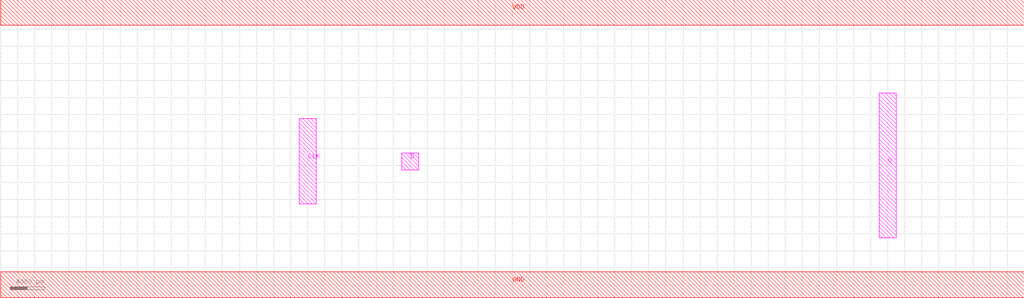
<source format=lef>
# LEF file generated by lefgen from LibreSilicon version 0.1
#

VERSION 5.4 ;
NAMESCASESENSITIVE ON ;
BUSBITCHARS "[]" ;
DIVIDERCHAR "/" ;
UNITS
  DATABASE MICRONS 1000 ;
END UNITS

USEMINSPACING OBS ON ;
USEMINSPACING PIN OFF ;
CLEARANCEMEASURE EUCLIDEAN ;


MANUFACTURINGGRID 0.15 ;

LAYER nwell
  TYPE	MASTERSLICE ;
END nwell

LAYER nactive
  TYPE	MASTERSLICE ;
END nactive

LAYER pactive
  TYPE	MASTERSLICE ;
END pactive

LAYER poly
  TYPE	MASTERSLICE ;
END poly

LAYER cc
  TYPE	CUT ;
  SPACING	0.9 ;
END cc

LAYER metal1
  TYPE		ROUTING ;
  DIRECTION	HORIZONTAL ;
  PITCH		3  ;
  OFFSET	1.5 ;
  WIDTH		0.9 ;
  SPACING	0.9 ;
  RESISTANCE	RPERSQ 0.09 ;
  CAPACITANCE	CPERSQDIST 3.2e-05 ;
END metal1

LAYER via
  TYPE	CUT ;
  SPACING	0.9 ;
END via

LAYER metal2
  TYPE		ROUTING ;
  DIRECTION	VERTICAL ;
  PITCH		2.4  ;
  OFFSET	1.2 ;
  WIDTH		0.9 ;
  SPACING	0.9 ;
  RESISTANCE	RPERSQ 0.09 ;
  CAPACITANCE	CPERSQDIST 1.6e-05 ;
END metal2

LAYER via2
  TYPE	CUT ;
  SPACING	0.9 ;
END via2

LAYER metal3
  TYPE		ROUTING ;
  DIRECTION	HORIZONTAL ;
  PITCH		3  ;
  OFFSET	1.5 ;
  WIDTH		1.5 ;
  SPACING	0.9 ;
  RESISTANCE	RPERSQ 0.05 ;
  CAPACITANCE	CPERSQDIST 1e-05 ;
END metal3

SPACING
  SAMENET cc  via	0.150 ;
  SAMENET via  via2	0.150 ;
END SPACING

VIA M2_M1 DEFAULT
  LAYER metal1 ;
    RECT -0.600 -0.600 0.600 0.600 ;
  LAYER via ;
    RECT -0.300 -0.300 0.300 0.300 ;
  LAYER metal2 ;
    RECT -0.600 -0.600 0.600 0.600 ;
END M2_M1

VIA M3_M2 DEFAULT
  LAYER metal2 ;
    RECT -0.600 -0.600 0.600 0.600 ;
  LAYER via2 ;
    RECT -0.300 -0.300 0.300 0.300 ;
  LAYER metal3 ;
    RECT -0.900 -0.900 0.900 0.900 ;
END M3_M2


VIARULE viagen21 GENERATE
  LAYER metal1 ;
    DIRECTION HORIZONTAL ;
    WIDTH 1.2 TO 120 ;
    OVERHANG 0.3 ;
    METALOVERHANG 0 ;
  LAYER metal2 ;
    DIRECTION VERTICAL ;
    WIDTH 1.2 TO 120 ;
    OVERHANG 0.3 ;
    METALOVERHANG 0 ;
  LAYER via ;
    RECT -0.3 -0.3 0.3 0.3 ;
    SPACING 1.5 BY 1.5 ;
END viagen21

VIARULE viagen32 GENERATE
  LAYER metal3 ;
    DIRECTION HORIZONTAL ;
    WIDTH 1.8 TO 180 ;
    OVERHANG 0.6 ;
    METALOVERHANG 0 ;
  LAYER metal2 ;
    DIRECTION VERTICAL ;
    WIDTH 1.2 TO 120 ;
    OVERHANG 0.6 ;
    METALOVERHANG 0 ;
  LAYER via2 ;
    RECT -0.3 -0.3 0.3 0.3 ;
    SPACING 2.1 BY 2.1 ;
END viagen32

VIARULE TURN1 GENERATE
  LAYER metal1 ;
    DIRECTION HORIZONTAL ;
  LAYER metal1 ;
    DIRECTION VERTICAL ;
END TURN1

VIARULE TURN2 GENERATE
  LAYER metal2 ;
    DIRECTION HORIZONTAL ;
  LAYER metal2 ;
    DIRECTION VERTICAL ;
END TURN2

VIARULE TURN3 GENERATE
  LAYER metal3 ;
    DIRECTION HORIZONTAL ;
  LAYER metal3 ;
    DIRECTION VERTICAL ;
END TURN3

SITE  corner
    CLASS	PAD ;
    SYMMETRY	R90 Y ;
    SIZE	300.000 BY 300.000 ;
END  corner

SITE  IO
    CLASS	PAD ;
    SYMMETRY	Y ;
    SIZE	90.000 BY 300.000 ;
END  IO

SITE  core
    CLASS	CORE ;
    SYMMETRY	Y ;
    SIZE	2.400 BY 30.000 ;
END  core

MACRO AND2X1
 CLASS CORE ;
 ORIGIN 0 0 ;
 FOREIGN AND2X1 0 0 ;
 SITE CORE ;
 SYMMETRY X Y R90 ;
  PIN VDD
   DIRECTION INOUT ;
   USE SIGNAL ;
   SHAPE ABUTMENT ;
    PORT
     CLASS CORE ;
       LAYER metal1 ;
        RECT 0.00000000 30500.00000000 32000.00000000 33500.00000000 ;
    END
  END VDD

  PIN GND
   DIRECTION INOUT ;
   USE SIGNAL ;
   SHAPE ABUTMENT ;
    PORT
     CLASS CORE ;
       LAYER metal1 ;
        RECT 0.00000000 -1500.00000000 32000.00000000 1500.00000000 ;
    END
  END GND

  PIN A
   DIRECTION INOUT ;
   USE SIGNAL ;
   SHAPE ABUTMENT ;
    PORT
     CLASS CORE ;
       LAYER metal2 ;
        RECT 7000.00000000 20500.00000000 9000.00000000 22500.00000000 ;
    END
  END A

  PIN B
   DIRECTION INOUT ;
   USE SIGNAL ;
   SHAPE ABUTMENT ;
    PORT
     CLASS CORE ;
       LAYER metal2 ;
        RECT 15000.00000000 13500.00000000 17000.00000000 15500.00000000 ;
    END
  END B

  PIN Y
   DIRECTION INOUT ;
   USE SIGNAL ;
   SHAPE ABUTMENT ;
    PORT
     CLASS CORE ;
       LAYER metal2 ;
        RECT 27000.00000000 8500.00000000 29000.00000000 10500.00000000 ;
    END
  END Y


END AND2X1

MACRO AND2X2
 CLASS CORE ;
 ORIGIN 0 0 ;
 FOREIGN AND2X2 0 0 ;
 SITE CORE ;
 SYMMETRY X Y R90 ;
  PIN VDD
   DIRECTION INOUT ;
   USE SIGNAL ;
   SHAPE ABUTMENT ;
    PORT
     CLASS CORE ;
       LAYER metal1 ;
        RECT 0.00000000 30500.00000000 32000.00000000 33500.00000000 ;
    END
  END VDD

  PIN GND
   DIRECTION INOUT ;
   USE SIGNAL ;
   SHAPE ABUTMENT ;
    PORT
     CLASS CORE ;
       LAYER metal1 ;
        RECT 0.00000000 -1500.00000000 32000.00000000 1500.00000000 ;
    END
  END GND

  PIN A
   DIRECTION INOUT ;
   USE SIGNAL ;
   SHAPE ABUTMENT ;
    PORT
     CLASS CORE ;
       LAYER metal2 ;
        RECT 7000.00000000 9500.00000000 9000.00000000 11500.00000000 ;
    END
  END A

  PIN B
   DIRECTION INOUT ;
   USE SIGNAL ;
   SHAPE ABUTMENT ;
    PORT
     CLASS CORE ;
       LAYER metal2 ;
        RECT 15000.00000000 9500.00000000 17000.00000000 11500.00000000 ;
    END
  END B

  PIN Y
   DIRECTION INOUT ;
   USE SIGNAL ;
   SHAPE ABUTMENT ;
    PORT
     CLASS CORE ;
       LAYER metal2 ;
        RECT 27000.00000000 8500.00000000 29000.00000000 10500.00000000 ;
    END
  END Y


END AND2X2

MACRO AND4
 CLASS CORE ;
 ORIGIN 0 0 ;
 FOREIGN AND4 0 0 ;
 SITE CORE ;
 SYMMETRY X Y R90 ;
  PIN VDD
   DIRECTION INOUT ;
   USE SIGNAL ;
   SHAPE ABUTMENT ;
    PORT
     CLASS CORE ;
       LAYER metal1 ;
        RECT 0.00000000 30500.00000000 48000.00000000 33500.00000000 ;
    END
  END VDD

  PIN GND
   DIRECTION INOUT ;
   USE SIGNAL ;
   SHAPE ABUTMENT ;
    PORT
     CLASS CORE ;
       LAYER metal1 ;
        RECT 0.00000000 -1500.00000000 48000.00000000 1500.00000000 ;
    END
  END GND

  PIN A
   DIRECTION INOUT ;
   USE SIGNAL ;
   SHAPE ABUTMENT ;
    PORT
     CLASS CORE ;
       LAYER metal2 ;
        RECT 7000.00000000 9500.00000000 9000.00000000 11500.00000000 ;
    END
  END A

  PIN B
   DIRECTION INOUT ;
   USE SIGNAL ;
   SHAPE ABUTMENT ;
    PORT
     CLASS CORE ;
       LAYER metal2 ;
        RECT 15000.00000000 9500.00000000 17000.00000000 11500.00000000 ;
    END
  END B

  PIN C
   DIRECTION INOUT ;
   USE SIGNAL ;
   SHAPE ABUTMENT ;
    PORT
     CLASS CORE ;
       LAYER metal2 ;
        RECT 23000.00000000 9500.00000000 25000.00000000 11500.00000000 ;
    END
  END C

  PIN D
   DIRECTION INOUT ;
   USE SIGNAL ;
   SHAPE ABUTMENT ;
    PORT
     CLASS CORE ;
       LAYER metal2 ;
        RECT 31000.00000000 9500.00000000 33000.00000000 11500.00000000 ;
    END
  END D

  PIN Z
   DIRECTION INOUT ;
   USE SIGNAL ;
   SHAPE ABUTMENT ;
    PORT
     CLASS CORE ;
       LAYER metal2 ;
        RECT 43000.00000000 8500.00000000 45000.00000000 10500.00000000 ;
    END
  END Z


END AND4

MACRO AOI21
 CLASS CORE ;
 ORIGIN 0 0 ;
 FOREIGN AOI21 0 0 ;
 SITE CORE ;
 SYMMETRY X Y R90 ;
  PIN VDD
   DIRECTION INOUT ;
   USE SIGNAL ;
   SHAPE ABUTMENT ;
    PORT
     CLASS CORE ;
       LAYER metal1 ;
        RECT 0.00000000 30500.00000000 24000.00000000 33500.00000000 ;
    END
  END VDD

  PIN GND
   DIRECTION INOUT ;
   USE SIGNAL ;
   SHAPE ABUTMENT ;
    PORT
     CLASS CORE ;
       LAYER metal1 ;
        RECT 0.00000000 -1500.00000000 24000.00000000 1500.00000000 ;
    END
  END GND

  PIN A
   DIRECTION INOUT ;
   USE SIGNAL ;
   SHAPE ABUTMENT ;
    PORT
     CLASS CORE ;
       LAYER metal2 ;
        RECT 7000.00000000 9500.00000000 9000.00000000 11500.00000000 ;
    END
  END A

  PIN A1
   DIRECTION INOUT ;
   USE SIGNAL ;
   SHAPE ABUTMENT ;
    PORT
     CLASS CORE ;
       LAYER metal2 ;
        RECT 15000.00000000 9500.00000000 17000.00000000 11500.00000000 ;
    END
  END A1

  PIN Y
   DIRECTION INOUT ;
   USE SIGNAL ;
   SHAPE ABUTMENT ;
    PORT
     CLASS CORE ;
       LAYER metal2 ;
        RECT 3000.00000000 8500.00000000 5000.00000000 10500.00000000 ;
    END
  END Y


END AOI21

MACRO AOI21X1
 CLASS CORE ;
 ORIGIN 0 0 ;
 FOREIGN AOI21X1 0 0 ;
 SITE CORE ;
 SYMMETRY X Y R90 ;
  PIN VDD
   DIRECTION INOUT ;
   USE SIGNAL ;
   SHAPE ABUTMENT ;
    PORT
     CLASS CORE ;
       LAYER metal1 ;
        RECT 0.00000000 30500.00000000 32000.00000000 33500.00000000 ;
    END
  END VDD

  PIN GND
   DIRECTION INOUT ;
   USE SIGNAL ;
   SHAPE ABUTMENT ;
    PORT
     CLASS CORE ;
       LAYER metal1 ;
        RECT 0.00000000 -1500.00000000 32000.00000000 1500.00000000 ;
    END
  END GND

  PIN C
   DIRECTION INOUT ;
   USE SIGNAL ;
   SHAPE ABUTMENT ;
    PORT
     CLASS CORE ;
       LAYER metal2 ;
        RECT 7000.00000000 20500.00000000 9000.00000000 22500.00000000 ;
    END
  END C

  PIN A
   DIRECTION INOUT ;
   USE SIGNAL ;
   SHAPE ABUTMENT ;
    PORT
     CLASS CORE ;
       LAYER metal2 ;
        RECT 15000.00000000 13500.00000000 17000.00000000 15500.00000000 ;
    END
  END A

  PIN B
   DIRECTION INOUT ;
   USE SIGNAL ;
   SHAPE ABUTMENT ;
    PORT
     CLASS CORE ;
       LAYER metal2 ;
        RECT 23000.00000000 13500.00000000 25000.00000000 15500.00000000 ;
    END
  END B

  PIN Y
   DIRECTION INOUT ;
   USE SIGNAL ;
   SHAPE ABUTMENT ;
    PORT
     CLASS CORE ;
       LAYER metal2 ;
        RECT 3000.00000000 8500.00000000 5000.00000000 10500.00000000 ;
    END
  END Y


END AOI21X1

MACRO AOI22X1
 CLASS CORE ;
 ORIGIN 0 0 ;
 FOREIGN AOI22X1 0 0 ;
 SITE CORE ;
 SYMMETRY X Y R90 ;
  PIN VDD
   DIRECTION INOUT ;
   USE SIGNAL ;
   SHAPE ABUTMENT ;
    PORT
     CLASS CORE ;
       LAYER metal1 ;
        RECT 0.00000000 30500.00000000 40000.00000000 33500.00000000 ;
    END
  END VDD

  PIN GND
   DIRECTION INOUT ;
   USE SIGNAL ;
   SHAPE ABUTMENT ;
    PORT
     CLASS CORE ;
       LAYER metal1 ;
        RECT 0.00000000 -1500.00000000 40000.00000000 1500.00000000 ;
    END
  END GND

  PIN D
   DIRECTION INOUT ;
   USE SIGNAL ;
   SHAPE ABUTMENT ;
    PORT
     CLASS CORE ;
       LAYER metal2 ;
        RECT 7000.00000000 13500.00000000 9000.00000000 15500.00000000 ;
    END
  END D

  PIN C
   DIRECTION INOUT ;
   USE SIGNAL ;
   SHAPE ABUTMENT ;
    PORT
     CLASS CORE ;
       LAYER metal2 ;
        RECT 15000.00000000 13500.00000000 17000.00000000 15500.00000000 ;
    END
  END C

  PIN A
   DIRECTION INOUT ;
   USE SIGNAL ;
   SHAPE ABUTMENT ;
    PORT
     CLASS CORE ;
       LAYER metal2 ;
        RECT 23000.00000000 13500.00000000 25000.00000000 15500.00000000 ;
    END
  END A

  PIN B
   DIRECTION INOUT ;
   USE SIGNAL ;
   SHAPE ABUTMENT ;
    PORT
     CLASS CORE ;
       LAYER metal2 ;
        RECT 31000.00000000 13500.00000000 33000.00000000 15500.00000000 ;
    END
  END B

  PIN Y
   DIRECTION INOUT ;
   USE SIGNAL ;
   SHAPE ABUTMENT ;
    PORT
     CLASS CORE ;
       LAYER metal2 ;
        RECT 11000.00000000 8500.00000000 13000.00000000 10500.00000000 ;
    END
  END Y


END AOI22X1

MACRO AOI31
 CLASS CORE ;
 ORIGIN 0 0 ;
 FOREIGN AOI31 0 0 ;
 SITE CORE ;
 SYMMETRY X Y R90 ;
  PIN VDD
   DIRECTION INOUT ;
   USE SIGNAL ;
   SHAPE ABUTMENT ;
    PORT
     CLASS CORE ;
       LAYER metal1 ;
        RECT 0.00000000 30500.00000000 40000.00000000 33500.00000000 ;
    END
  END VDD

  PIN GND
   DIRECTION INOUT ;
   USE SIGNAL ;
   SHAPE ABUTMENT ;
    PORT
     CLASS CORE ;
       LAYER metal1 ;
        RECT 0.00000000 -1500.00000000 40000.00000000 1500.00000000 ;
    END
  END GND

  PIN A
   DIRECTION INOUT ;
   USE SIGNAL ;
   SHAPE ABUTMENT ;
    PORT
     CLASS CORE ;
       LAYER metal2 ;
        RECT 7000.00000000 20500.00000000 9000.00000000 22500.00000000 ;
    END
  END A

  PIN B2
   DIRECTION INOUT ;
   USE SIGNAL ;
   SHAPE ABUTMENT ;
    PORT
     CLASS CORE ;
       LAYER metal2 ;
        RECT 15000.00000000 13500.00000000 17000.00000000 15500.00000000 ;
    END
  END B2

  PIN B1
   DIRECTION INOUT ;
   USE SIGNAL ;
   SHAPE ABUTMENT ;
    PORT
     CLASS CORE ;
       LAYER metal2 ;
        RECT 23000.00000000 13500.00000000 25000.00000000 15500.00000000 ;
    END
  END B1

  PIN B
   DIRECTION INOUT ;
   USE SIGNAL ;
   SHAPE ABUTMENT ;
    PORT
     CLASS CORE ;
       LAYER metal2 ;
        RECT 31000.00000000 20500.00000000 33000.00000000 22500.00000000 ;
    END
  END B

  PIN Y
   DIRECTION INOUT ;
   USE SIGNAL ;
   SHAPE ABUTMENT ;
    PORT
     CLASS CORE ;
       LAYER metal2 ;
        RECT 3000.00000000 8500.00000000 5000.00000000 10500.00000000 ;
    END
  END Y


END AOI31

MACRO BUFX2
 CLASS CORE ;
 ORIGIN 0 0 ;
 FOREIGN BUFX2 0 0 ;
 SITE CORE ;
 SYMMETRY X Y R90 ;
  PIN VDD
   DIRECTION INOUT ;
   USE SIGNAL ;
   SHAPE ABUTMENT ;
    PORT
     CLASS CORE ;
       LAYER metal1 ;
        RECT 0.00000000 30500.00000000 24000.00000000 33500.00000000 ;
    END
  END VDD

  PIN GND
   DIRECTION INOUT ;
   USE SIGNAL ;
   SHAPE ABUTMENT ;
    PORT
     CLASS CORE ;
       LAYER metal1 ;
        RECT 0.00000000 -1500.00000000 24000.00000000 1500.00000000 ;
    END
  END GND

  PIN A
   DIRECTION INOUT ;
   USE SIGNAL ;
   SHAPE ABUTMENT ;
    PORT
     CLASS CORE ;
       LAYER metal2 ;
        RECT 7000.00000000 13500.00000000 9000.00000000 15500.00000000 ;
    END
  END A

  PIN Y
   DIRECTION INOUT ;
   USE SIGNAL ;
   SHAPE ABUTMENT ;
    PORT
     CLASS CORE ;
       LAYER metal2 ;
        RECT 19000.00000000 8500.00000000 21000.00000000 10500.00000000 ;
    END
  END Y


END BUFX2

MACRO BUFX4
 CLASS CORE ;
 ORIGIN 0 0 ;
 FOREIGN BUFX4 0 0 ;
 SITE CORE ;
 SYMMETRY X Y R90 ;
  PIN VDD
   DIRECTION INOUT ;
   USE SIGNAL ;
   SHAPE ABUTMENT ;
    PORT
     CLASS CORE ;
       LAYER metal1 ;
        RECT 0.00000000 30500.00000000 32000.00000000 33500.00000000 ;
    END
  END VDD

  PIN GND
   DIRECTION INOUT ;
   USE SIGNAL ;
   SHAPE ABUTMENT ;
    PORT
     CLASS CORE ;
       LAYER metal1 ;
        RECT 0.00000000 -1500.00000000 32000.00000000 1500.00000000 ;
    END
  END GND

  PIN A
   DIRECTION INOUT ;
   USE SIGNAL ;
   SHAPE ABUTMENT ;
    PORT
     CLASS CORE ;
       LAYER metal2 ;
        RECT 7000.00000000 13500.00000000 9000.00000000 15500.00000000 ;
    END
  END A

  PIN Y
   DIRECTION INOUT ;
   USE SIGNAL ;
   SHAPE ABUTMENT ;
    PORT
     CLASS CORE ;
       LAYER metal2 ;
        RECT 19000.00000000 8500.00000000 21000.00000000 18500.00000000 ;
    END
  END Y


END BUFX4

MACRO CLKBUF1
 CLASS CORE ;
 ORIGIN 0 0 ;
 FOREIGN CLKBUF1 0 0 ;
 SITE CORE ;
 SYMMETRY X Y R90 ;
  PIN VDD
   DIRECTION INOUT ;
   USE SIGNAL ;
   SHAPE ABUTMENT ;
    PORT
     CLASS CORE ;
       LAYER metal1 ;
        RECT 0.00000000 30500.00000000 72000.00000000 33500.00000000 ;
    END
  END VDD

  PIN GND
   DIRECTION INOUT ;
   USE SIGNAL ;
   SHAPE ABUTMENT ;
    PORT
     CLASS CORE ;
       LAYER metal1 ;
        RECT 0.00000000 -1500.00000000 72000.00000000 1500.00000000 ;
    END
  END GND

  PIN A
   DIRECTION INOUT ;
   USE SIGNAL ;
   SHAPE ABUTMENT ;
    PORT
     CLASS CORE ;
       LAYER metal2 ;
        RECT 7000.00000000 13500.00000000 9000.00000000 15500.00000000 ;
    END
  END A

  PIN Y
   DIRECTION INOUT ;
   USE SIGNAL ;
   SHAPE ABUTMENT ;
    PORT
     CLASS CORE ;
       LAYER metal2 ;
        RECT 59000.00000000 8500.00000000 61000.00000000 18500.00000000 ;
    END
  END Y


END CLKBUF1

MACRO CLKBUF2
 CLASS CORE ;
 ORIGIN 0 0 ;
 FOREIGN CLKBUF2 0 0 ;
 SITE CORE ;
 SYMMETRY X Y R90 ;
  PIN VDD
   DIRECTION INOUT ;
   USE SIGNAL ;
   SHAPE ABUTMENT ;
    PORT
     CLASS CORE ;
       LAYER metal1 ;
        RECT 0.00000000 30500.00000000 104000.00000000 33500.00000000 ;
    END
  END VDD

  PIN GND
   DIRECTION INOUT ;
   USE SIGNAL ;
   SHAPE ABUTMENT ;
    PORT
     CLASS CORE ;
       LAYER metal1 ;
        RECT 0.00000000 -1500.00000000 104000.00000000 1500.00000000 ;
    END
  END GND

  PIN A
   DIRECTION INOUT ;
   USE SIGNAL ;
   SHAPE ABUTMENT ;
    PORT
     CLASS CORE ;
       LAYER metal2 ;
        RECT 7000.00000000 13500.00000000 9000.00000000 15500.00000000 ;
    END
  END A

  PIN Y
   DIRECTION INOUT ;
   USE SIGNAL ;
   SHAPE ABUTMENT ;
    PORT
     CLASS CORE ;
       LAYER metal2 ;
        RECT 91000.00000000 9500.00000000 93000.00000000 23500.00000000 ;
    END
  END Y


END CLKBUF2

MACRO DFFNEGX1
 CLASS CORE ;
 ORIGIN 0 0 ;
 FOREIGN DFFNEGX1 0 0 ;
 SITE CORE ;
 SYMMETRY X Y R90 ;
  PIN VDD
   DIRECTION INOUT ;
   USE SIGNAL ;
   SHAPE ABUTMENT ;
    PORT
     CLASS CORE ;
       LAYER metal1 ;
        RECT 0.00000000 30500.00000000 120000.00000000 33500.00000000 ;
    END
  END VDD

  PIN GND
   DIRECTION INOUT ;
   USE SIGNAL ;
   SHAPE ABUTMENT ;
    PORT
     CLASS CORE ;
       LAYER metal1 ;
        RECT 0.00000000 -1500.00000000 120000.00000000 1500.00000000 ;
    END
  END GND

  PIN D
   DIRECTION INOUT ;
   USE SIGNAL ;
   SHAPE ABUTMENT ;
    PORT
     CLASS CORE ;
       LAYER metal2 ;
        RECT 47000.00000000 13500.00000000 49000.00000000 15500.00000000 ;
    END
  END D

  PIN CLK
   DIRECTION INOUT ;
   USE SIGNAL ;
   SHAPE ABUTMENT ;
    PORT
     CLASS CORE ;
       LAYER metal2 ;
        RECT 35000.00000000 9500.00000000 37000.00000000 19500.00000000 ;
    END
  END CLK

  PIN Q
   DIRECTION INOUT ;
   USE SIGNAL ;
   SHAPE ABUTMENT ;
    PORT
     CLASS CORE ;
       LAYER metal2 ;
        RECT 103000.00000000 5500.00000000 105000.00000000 22500.00000000 ;
    END
  END Q


END DFFNEGX1

MACRO DFFPOSX1
 CLASS CORE ;
 ORIGIN 0 0 ;
 FOREIGN DFFPOSX1 0 0 ;
 SITE CORE ;
 SYMMETRY X Y R90 ;
  PIN VDD
   DIRECTION INOUT ;
   USE SIGNAL ;
   SHAPE ABUTMENT ;
    PORT
     CLASS CORE ;
       LAYER metal1 ;
        RECT 0.00000000 30500.00000000 120000.00000000 33500.00000000 ;
    END
  END VDD

  PIN GND
   DIRECTION INOUT ;
   USE SIGNAL ;
   SHAPE ABUTMENT ;
    PORT
     CLASS CORE ;
       LAYER metal1 ;
        RECT 0.00000000 -1500.00000000 120000.00000000 1500.00000000 ;
    END
  END GND

  PIN D
   DIRECTION INOUT ;
   USE SIGNAL ;
   SHAPE ABUTMENT ;
    PORT
     CLASS CORE ;
       LAYER metal2 ;
        RECT 47000.00000000 13500.00000000 49000.00000000 15500.00000000 ;
    END
  END D

  PIN CLK
   DIRECTION INOUT ;
   USE SIGNAL ;
   SHAPE ABUTMENT ;
    PORT
     CLASS CORE ;
       LAYER metal2 ;
        POLYGON 31000.00000000 16500.00000000 31000.00000000 22500.00000000 41000.00000000 22500.00000000 41000.00000000 20500.00000000 33000.00000000 20500.00000000 33000.00000000 16500.00000000 ;
    END
  END CLK

  PIN Q
   DIRECTION INOUT ;
   USE SIGNAL ;
   SHAPE ABUTMENT ;
    PORT
     CLASS CORE ;
       LAYER metal2 ;
        RECT 103000.00000000 9500.00000000 105000.00000000 26500.00000000 ;
    END
  END Q


END DFFPOSX1

MACRO HAX1
 CLASS CORE ;
 ORIGIN 0 0 ;
 FOREIGN HAX1 0 0 ;
 SITE CORE ;
 SYMMETRY X Y R90 ;
  PIN VDD
   DIRECTION INOUT ;
   USE SIGNAL ;
   SHAPE ABUTMENT ;
    PORT
     CLASS CORE ;
       LAYER metal1 ;
        RECT 0.00000000 30500.00000000 80000.00000000 33500.00000000 ;
    END
  END VDD

  PIN GND
   DIRECTION INOUT ;
   USE SIGNAL ;
   SHAPE ABUTMENT ;
    PORT
     CLASS CORE ;
       LAYER metal1 ;
        RECT 0.00000000 -1500.00000000 80000.00000000 1500.00000000 ;
    END
  END GND

  PIN A
   DIRECTION INOUT ;
   USE SIGNAL ;
   SHAPE ABUTMENT ;
    PORT
     CLASS CORE ;
       LAYER metal2 ;
        RECT 15000.00000000 13500.00000000 57000.00000000 15500.00000000 ;
    END
  END A

  PIN B
   DIRECTION INOUT ;
   USE SIGNAL ;
   SHAPE ABUTMENT ;
    PORT
     CLASS CORE ;
       LAYER metal2 ;
        RECT 23000.00000000 9500.00000000 25000.00000000 11500.00000000 ;
    END
  END B

  PIN YC
   DIRECTION INOUT ;
   USE SIGNAL ;
   SHAPE ABUTMENT ;
    PORT
     CLASS CORE ;
       LAYER metal2 ;
        RECT 3000.00000000 8500.00000000 5000.00000000 10500.00000000 ;
    END
  END YC

  PIN YS
   DIRECTION INOUT ;
   USE SIGNAL ;
   SHAPE ABUTMENT ;
    PORT
     CLASS CORE ;
       LAYER metal2 ;
        RECT 75000.00000000 8500.00000000 77000.00000000 10500.00000000 ;
    END
  END YS


END HAX1

MACRO INV
 CLASS CORE ;
 ORIGIN 0 0 ;
 FOREIGN INV 0 0 ;
 SITE CORE ;
 SYMMETRY X Y R90 ;
  PIN VDD
   DIRECTION INOUT ;
   USE SIGNAL ;
   SHAPE ABUTMENT ;
    PORT
     CLASS CORE ;
       LAYER metal1 ;
        RECT 0.00000000 30500.00000000 16000.00000000 33500.00000000 ;
    END
  END VDD

  PIN GND
   DIRECTION INOUT ;
   USE SIGNAL ;
   SHAPE ABUTMENT ;
    PORT
     CLASS CORE ;
       LAYER metal1 ;
        RECT 0.00000000 -1500.00000000 16000.00000000 1500.00000000 ;
    END
  END GND

  PIN A
   DIRECTION INOUT ;
   USE SIGNAL ;
   SHAPE ABUTMENT ;
    PORT
     CLASS CORE ;
       LAYER metal2 ;
        RECT 7000.00000000 9500.00000000 9000.00000000 11500.00000000 ;
    END
  END A

  PIN Y
   DIRECTION INOUT ;
   USE SIGNAL ;
   SHAPE ABUTMENT ;
    PORT
     CLASS CORE ;
       LAYER metal2 ;
        RECT 11000.00000000 8500.00000000 13000.00000000 10500.00000000 ;
    END
  END Y


END INV

MACRO INVX1
 CLASS CORE ;
 ORIGIN 0 0 ;
 FOREIGN INVX1 0 0 ;
 SITE CORE ;
 SYMMETRY X Y R90 ;
  PIN VDD
   DIRECTION INOUT ;
   USE SIGNAL ;
   SHAPE ABUTMENT ;
    PORT
     CLASS CORE ;
       LAYER metal1 ;
        RECT 0.00000000 30500.00000000 16000.00000000 33500.00000000 ;
    END
  END VDD

  PIN GND
   DIRECTION INOUT ;
   USE SIGNAL ;
   SHAPE ABUTMENT ;
    PORT
     CLASS CORE ;
       LAYER metal1 ;
        RECT 0.00000000 -1500.00000000 16000.00000000 1500.00000000 ;
    END
  END GND

  PIN A
   DIRECTION INOUT ;
   USE SIGNAL ;
   SHAPE ABUTMENT ;
    PORT
     CLASS CORE ;
       LAYER metal2 ;
        RECT 7000.00000000 9500.00000000 9000.00000000 11500.00000000 ;
    END
  END A

  PIN Y
   DIRECTION INOUT ;
   USE SIGNAL ;
   SHAPE ABUTMENT ;
    PORT
     CLASS CORE ;
       LAYER metal2 ;
        RECT 11000.00000000 8500.00000000 13000.00000000 10500.00000000 ;
    END
  END Y


END INVX1

MACRO INVX2
 CLASS CORE ;
 ORIGIN 0 0 ;
 FOREIGN INVX2 0 0 ;
 SITE CORE ;
 SYMMETRY X Y R90 ;
  PIN VDD
   DIRECTION INOUT ;
   USE SIGNAL ;
   SHAPE ABUTMENT ;
    PORT
     CLASS CORE ;
       LAYER metal1 ;
        RECT 0.00000000 30500.00000000 16000.00000000 33500.00000000 ;
    END
  END VDD

  PIN GND
   DIRECTION INOUT ;
   USE SIGNAL ;
   SHAPE ABUTMENT ;
    PORT
     CLASS CORE ;
       LAYER metal1 ;
        RECT 0.00000000 -1500.00000000 16000.00000000 1500.00000000 ;
    END
  END GND

  PIN A
   DIRECTION INOUT ;
   USE SIGNAL ;
   SHAPE ABUTMENT ;
    PORT
     CLASS CORE ;
       LAYER metal2 ;
        RECT 7000.00000000 9500.00000000 9000.00000000 11500.00000000 ;
    END
  END A

  PIN Y
   DIRECTION INOUT ;
   USE SIGNAL ;
   SHAPE ABUTMENT ;
    PORT
     CLASS CORE ;
       LAYER metal2 ;
        RECT 3000.00000000 8500.00000000 5000.00000000 10500.00000000 ;
    END
  END Y


END INVX2

MACRO INVX4
 CLASS CORE ;
 ORIGIN 0 0 ;
 FOREIGN INVX4 0 0 ;
 SITE CORE ;
 SYMMETRY X Y R90 ;
  PIN VDD
   DIRECTION INOUT ;
   USE SIGNAL ;
   SHAPE ABUTMENT ;
    PORT
     CLASS CORE ;
       LAYER metal1 ;
        RECT 0.00000000 30500.00000000 24000.00000000 33500.00000000 ;
    END
  END VDD

  PIN GND
   DIRECTION INOUT ;
   USE SIGNAL ;
   SHAPE ABUTMENT ;
    PORT
     CLASS CORE ;
       LAYER metal1 ;
        RECT 0.00000000 -1500.00000000 24000.00000000 1500.00000000 ;
    END
  END GND

  PIN A
   DIRECTION INOUT ;
   USE SIGNAL ;
   SHAPE ABUTMENT ;
    PORT
     CLASS CORE ;
       LAYER metal2 ;
        RECT 7000.00000000 9500.00000000 9000.00000000 11500.00000000 ;
    END
  END A

  PIN Y
   DIRECTION INOUT ;
   USE SIGNAL ;
   SHAPE ABUTMENT ;
    PORT
     CLASS CORE ;
       LAYER metal2 ;
        RECT 3000.00000000 8500.00000000 5000.00000000 10500.00000000 ;
    END
  END Y


END INVX4

MACRO INVX8
 CLASS CORE ;
 ORIGIN 0 0 ;
 FOREIGN INVX8 0 0 ;
 SITE CORE ;
 SYMMETRY X Y R90 ;
  PIN VDD
   DIRECTION INOUT ;
   USE SIGNAL ;
   SHAPE ABUTMENT ;
    PORT
     CLASS CORE ;
       LAYER metal1 ;
        RECT 0.00000000 30500.00000000 40000.00000000 33500.00000000 ;
    END
  END VDD

  PIN GND
   DIRECTION INOUT ;
   USE SIGNAL ;
   SHAPE ABUTMENT ;
    PORT
     CLASS CORE ;
       LAYER metal1 ;
        RECT 0.00000000 -1500.00000000 40000.00000000 1500.00000000 ;
    END
  END GND

  PIN A
   DIRECTION INOUT ;
   USE SIGNAL ;
   SHAPE ABUTMENT ;
    PORT
     CLASS CORE ;
       LAYER metal2 ;
        RECT 7000.00000000 13500.00000000 9000.00000000 15500.00000000 ;
    END
  END A

  PIN Y
   DIRECTION INOUT ;
   USE SIGNAL ;
   SHAPE ABUTMENT ;
    PORT
     CLASS CORE ;
       LAYER metal2 ;
        RECT 3000.00000000 8500.00000000 5000.00000000 10500.00000000 ;
    END
  END Y


END INVX8

MACRO LATCH
 CLASS CORE ;
 ORIGIN 0 0 ;
 FOREIGN LATCH 0 0 ;
 SITE CORE ;
 SYMMETRY X Y R90 ;
  PIN VDD
   DIRECTION INOUT ;
   USE SIGNAL ;
   SHAPE ABUTMENT ;
    PORT
     CLASS CORE ;
       LAYER metal1 ;
        RECT 0.00000000 30500.00000000 56000.00000000 33500.00000000 ;
    END
  END VDD

  PIN GND
   DIRECTION INOUT ;
   USE SIGNAL ;
   SHAPE ABUTMENT ;
    PORT
     CLASS CORE ;
       LAYER metal1 ;
        RECT 0.00000000 -1500.00000000 56000.00000000 1500.00000000 ;
    END
  END GND

  PIN CLK
   DIRECTION INOUT ;
   USE SIGNAL ;
   SHAPE ABUTMENT ;
    PORT
     CLASS CORE ;
       LAYER metal2 ;
        RECT 27000.00000000 9500.00000000 29000.00000000 19500.00000000 ;
    END
  END CLK

  PIN D
   DIRECTION INOUT ;
   USE SIGNAL ;
   SHAPE ABUTMENT ;
    PORT
     CLASS CORE ;
       LAYER metal2 ;
        RECT 15000.00000000 13500.00000000 17000.00000000 15500.00000000 ;
    END
  END D

  PIN Q
   DIRECTION INOUT ;
   USE SIGNAL ;
   SHAPE ABUTMENT ;
    PORT
     CLASS CORE ;
       LAYER metal2 ;
        RECT 39000.00000000 13500.00000000 41000.00000000 15500.00000000 ;
    END
  END Q


END LATCH

MACRO MUX2X1
 CLASS CORE ;
 ORIGIN 0 0 ;
 FOREIGN MUX2X1 0 0 ;
 SITE CORE ;
 SYMMETRY X Y R90 ;
  PIN VDD
   DIRECTION INOUT ;
   USE SIGNAL ;
   SHAPE ABUTMENT ;
    PORT
     CLASS CORE ;
       LAYER metal1 ;
        RECT 0.00000000 30500.00000000 48000.00000000 33500.00000000 ;
    END
  END VDD

  PIN GND
   DIRECTION INOUT ;
   USE SIGNAL ;
   SHAPE ABUTMENT ;
    PORT
     CLASS CORE ;
       LAYER metal1 ;
        RECT 0.00000000 -1500.00000000 48000.00000000 1500.00000000 ;
    END
  END GND

  PIN S
   DIRECTION INOUT ;
   USE SIGNAL ;
   SHAPE ABUTMENT ;
    PORT
     CLASS CORE ;
       LAYER metal2 ;
        RECT 27000.00000000 9500.00000000 29000.00000000 19500.00000000 ;
    END
  END S

  PIN A
   DIRECTION INOUT ;
   USE SIGNAL ;
   SHAPE ABUTMENT ;
    PORT
     CLASS CORE ;
       LAYER metal2 ;
        RECT 15000.00000000 13500.00000000 17000.00000000 15500.00000000 ;
    END
  END A

  PIN B
   DIRECTION INOUT ;
   USE SIGNAL ;
   SHAPE ABUTMENT ;
    PORT
     CLASS CORE ;
       LAYER metal2 ;
        RECT 39000.00000000 9500.00000000 41000.00000000 11500.00000000 ;
    END
  END B

  PIN Y
   DIRECTION INOUT ;
   USE SIGNAL ;
   SHAPE ABUTMENT ;
    PORT
     CLASS CORE ;
       LAYER metal2 ;
        RECT 35000.00000000 8500.00000000 37000.00000000 10500.00000000 ;
    END
  END Y


END MUX2X1

MACRO NAND2
 CLASS CORE ;
 ORIGIN 0 0 ;
 FOREIGN NAND2 0 0 ;
 SITE CORE ;
 SYMMETRY X Y R90 ;
  PIN VDD
   DIRECTION INOUT ;
   USE SIGNAL ;
   SHAPE ABUTMENT ;
    PORT
     CLASS CORE ;
       LAYER metal1 ;
        RECT 0.00000000 30500.00000000 24000.00000000 33500.00000000 ;
    END
  END VDD

  PIN GND
   DIRECTION INOUT ;
   USE SIGNAL ;
   SHAPE ABUTMENT ;
    PORT
     CLASS CORE ;
       LAYER metal1 ;
        RECT 0.00000000 -1500.00000000 24000.00000000 1500.00000000 ;
    END
  END GND

  PIN B
   DIRECTION INOUT ;
   USE SIGNAL ;
   SHAPE ABUTMENT ;
    PORT
     CLASS CORE ;
       LAYER metal2 ;
        RECT 7000.00000000 9500.00000000 9000.00000000 11500.00000000 ;
    END
  END B

  PIN A
   DIRECTION INOUT ;
   USE SIGNAL ;
   SHAPE ABUTMENT ;
    PORT
     CLASS CORE ;
       LAYER metal2 ;
        RECT 15000.00000000 9500.00000000 17000.00000000 11500.00000000 ;
    END
  END A

  PIN Y
   DIRECTION INOUT ;
   USE SIGNAL ;
   SHAPE ABUTMENT ;
    PORT
     CLASS CORE ;
       LAYER metal2 ;
        RECT 3000.00000000 20500.00000000 5000.00000000 22500.00000000 ;
    END
  END Y


END NAND2

MACRO NAND2X1
 CLASS CORE ;
 ORIGIN 0 0 ;
 FOREIGN NAND2X1 0 0 ;
 SITE CORE ;
 SYMMETRY X Y R90 ;
  PIN VDD
   DIRECTION INOUT ;
   USE SIGNAL ;
   SHAPE ABUTMENT ;
    PORT
     CLASS CORE ;
       LAYER metal1 ;
        RECT 0.00000000 30500.00000000 24000.00000000 33500.00000000 ;
    END
  END VDD

  PIN GND
   DIRECTION INOUT ;
   USE SIGNAL ;
   SHAPE ABUTMENT ;
    PORT
     CLASS CORE ;
       LAYER metal1 ;
        RECT 0.00000000 -1500.00000000 24000.00000000 1500.00000000 ;
    END
  END GND

  PIN B
   DIRECTION INOUT ;
   USE SIGNAL ;
   SHAPE ABUTMENT ;
    PORT
     CLASS CORE ;
       LAYER metal2 ;
        RECT 7000.00000000 9500.00000000 9000.00000000 11500.00000000 ;
    END
  END B

  PIN A
   DIRECTION INOUT ;
   USE SIGNAL ;
   SHAPE ABUTMENT ;
    PORT
     CLASS CORE ;
       LAYER metal2 ;
        RECT 15000.00000000 9500.00000000 17000.00000000 11500.00000000 ;
    END
  END A

  PIN Y
   DIRECTION INOUT ;
   USE SIGNAL ;
   SHAPE ABUTMENT ;
    PORT
     CLASS CORE ;
       LAYER metal2 ;
        RECT 3000.00000000 8500.00000000 5000.00000000 10500.00000000 ;
    END
  END Y


END NAND2X1

MACRO NAND3
 CLASS CORE ;
 ORIGIN 0 0 ;
 FOREIGN NAND3 0 0 ;
 SITE CORE ;
 SYMMETRY X Y R90 ;
  PIN VDD
   DIRECTION INOUT ;
   USE SIGNAL ;
   SHAPE ABUTMENT ;
    PORT
     CLASS CORE ;
       LAYER metal1 ;
        RECT 0.00000000 30500.00000000 32000.00000000 33500.00000000 ;
    END
  END VDD

  PIN GND
   DIRECTION INOUT ;
   USE SIGNAL ;
   SHAPE ABUTMENT ;
    PORT
     CLASS CORE ;
       LAYER metal1 ;
        RECT 0.00000000 -1500.00000000 32000.00000000 1500.00000000 ;
    END
  END GND

  PIN C
   DIRECTION INOUT ;
   USE SIGNAL ;
   SHAPE ABUTMENT ;
    PORT
     CLASS CORE ;
       LAYER metal2 ;
        RECT 7000.00000000 9500.00000000 9000.00000000 11500.00000000 ;
    END
  END C

  PIN B
   DIRECTION INOUT ;
   USE SIGNAL ;
   SHAPE ABUTMENT ;
    PORT
     CLASS CORE ;
       LAYER metal2 ;
        RECT 15000.00000000 9500.00000000 17000.00000000 11500.00000000 ;
    END
  END B

  PIN A
   DIRECTION INOUT ;
   USE SIGNAL ;
   SHAPE ABUTMENT ;
    PORT
     CLASS CORE ;
       LAYER metal2 ;
        RECT 23000.00000000 9500.00000000 25000.00000000 11500.00000000 ;
    END
  END A

  PIN Y
   DIRECTION INOUT ;
   USE SIGNAL ;
   SHAPE ABUTMENT ;
    PORT
     CLASS CORE ;
       LAYER metal2 ;
        RECT 11000.00000000 20500.00000000 13000.00000000 22500.00000000 ;
    END
  END Y


END NAND3

MACRO NAND3X1
 CLASS CORE ;
 ORIGIN 0 0 ;
 FOREIGN NAND3X1 0 0 ;
 SITE CORE ;
 SYMMETRY X Y R90 ;
  PIN VDD
   DIRECTION INOUT ;
   USE SIGNAL ;
   SHAPE ABUTMENT ;
    PORT
     CLASS CORE ;
       LAYER metal1 ;
        RECT 0.00000000 30500.00000000 32000.00000000 33500.00000000 ;
    END
  END VDD

  PIN GND
   DIRECTION INOUT ;
   USE SIGNAL ;
   SHAPE ABUTMENT ;
    PORT
     CLASS CORE ;
       LAYER metal1 ;
        RECT 0.00000000 -1500.00000000 32000.00000000 1500.00000000 ;
    END
  END GND

  PIN A
   DIRECTION INOUT ;
   USE SIGNAL ;
   SHAPE ABUTMENT ;
    PORT
     CLASS CORE ;
       LAYER metal2 ;
        RECT 7000.00000000 9500.00000000 9000.00000000 11500.00000000 ;
    END
  END A

  PIN B
   DIRECTION INOUT ;
   USE SIGNAL ;
   SHAPE ABUTMENT ;
    PORT
     CLASS CORE ;
       LAYER metal2 ;
        RECT 15000.00000000 9500.00000000 17000.00000000 11500.00000000 ;
    END
  END B

  PIN C
   DIRECTION INOUT ;
   USE SIGNAL ;
   SHAPE ABUTMENT ;
    PORT
     CLASS CORE ;
       LAYER metal2 ;
        RECT 23000.00000000 9500.00000000 25000.00000000 11500.00000000 ;
    END
  END C

  PIN Y
   DIRECTION INOUT ;
   USE SIGNAL ;
   SHAPE ABUTMENT ;
    PORT
     CLASS CORE ;
       LAYER metal2 ;
        RECT 11000.00000000 20500.00000000 13000.00000000 22500.00000000 ;
    END
  END Y


END NAND3X1

MACRO NOR2
 CLASS CORE ;
 ORIGIN 0 0 ;
 FOREIGN NOR2 0 0 ;
 SITE CORE ;
 SYMMETRY X Y R90 ;
  PIN VDD
   DIRECTION INOUT ;
   USE SIGNAL ;
   SHAPE ABUTMENT ;
    PORT
     CLASS CORE ;
       LAYER metal1 ;
        RECT 0.00000000 30500.00000000 24000.00000000 33500.00000000 ;
    END
  END VDD

  PIN GND
   DIRECTION INOUT ;
   USE SIGNAL ;
   SHAPE ABUTMENT ;
    PORT
     CLASS CORE ;
       LAYER metal1 ;
        RECT 0.00000000 -1500.00000000 24000.00000000 1500.00000000 ;
    END
  END GND

  PIN A
   DIRECTION INOUT ;
   USE SIGNAL ;
   SHAPE ABUTMENT ;
    PORT
     CLASS CORE ;
       LAYER metal2 ;
        RECT 7000.00000000 20500.00000000 9000.00000000 22500.00000000 ;
    END
  END A

  PIN B
   DIRECTION INOUT ;
   USE SIGNAL ;
   SHAPE ABUTMENT ;
    PORT
     CLASS CORE ;
       LAYER metal2 ;
        RECT 15000.00000000 20500.00000000 17000.00000000 22500.00000000 ;
    END
  END B

  PIN Y
   DIRECTION INOUT ;
   USE SIGNAL ;
   SHAPE ABUTMENT ;
    PORT
     CLASS CORE ;
       LAYER metal2 ;
        RECT 3000.00000000 8500.00000000 5000.00000000 10500.00000000 ;
    END
  END Y


END NOR2

MACRO NOR2X1
 CLASS CORE ;
 ORIGIN 0 0 ;
 FOREIGN NOR2X1 0 0 ;
 SITE CORE ;
 SYMMETRY X Y R90 ;
  PIN VDD
   DIRECTION INOUT ;
   USE SIGNAL ;
   SHAPE ABUTMENT ;
    PORT
     CLASS CORE ;
       LAYER metal1 ;
        RECT 0.00000000 30500.00000000 24000.00000000 33500.00000000 ;
    END
  END VDD

  PIN GND
   DIRECTION INOUT ;
   USE SIGNAL ;
   SHAPE ABUTMENT ;
    PORT
     CLASS CORE ;
       LAYER metal1 ;
        RECT 0.00000000 -1500.00000000 24000.00000000 1500.00000000 ;
    END
  END GND

  PIN B
   DIRECTION INOUT ;
   USE SIGNAL ;
   SHAPE ABUTMENT ;
    PORT
     CLASS CORE ;
       LAYER metal2 ;
        RECT 7000.00000000 20500.00000000 9000.00000000 22500.00000000 ;
    END
  END B

  PIN A
   DIRECTION INOUT ;
   USE SIGNAL ;
   SHAPE ABUTMENT ;
    PORT
     CLASS CORE ;
       LAYER metal2 ;
        RECT 15000.00000000 20500.00000000 17000.00000000 22500.00000000 ;
    END
  END A

  PIN Y
   DIRECTION INOUT ;
   USE SIGNAL ;
   SHAPE ABUTMENT ;
    PORT
     CLASS CORE ;
       LAYER metal2 ;
        RECT 3000.00000000 8500.00000000 5000.00000000 10500.00000000 ;
    END
  END Y


END NOR2X1

MACRO NOR3
 CLASS CORE ;
 ORIGIN 0 0 ;
 FOREIGN NOR3 0 0 ;
 SITE CORE ;
 SYMMETRY X Y R90 ;
  PIN VDD
   DIRECTION INOUT ;
   USE SIGNAL ;
   SHAPE ABUTMENT ;
    PORT
     CLASS CORE ;
       LAYER metal1 ;
        RECT 0.00000000 30500.00000000 32000.00000000 33500.00000000 ;
    END
  END VDD

  PIN GND
   DIRECTION INOUT ;
   USE SIGNAL ;
   SHAPE ABUTMENT ;
    PORT
     CLASS CORE ;
       LAYER metal1 ;
        RECT 0.00000000 -1500.00000000 32000.00000000 1500.00000000 ;
    END
  END GND

  PIN A
   DIRECTION INOUT ;
   USE SIGNAL ;
   SHAPE ABUTMENT ;
    PORT
     CLASS CORE ;
       LAYER metal2 ;
        RECT 7000.00000000 20500.00000000 9000.00000000 22500.00000000 ;
    END
  END A

  PIN B
   DIRECTION INOUT ;
   USE SIGNAL ;
   SHAPE ABUTMENT ;
    PORT
     CLASS CORE ;
       LAYER metal2 ;
        RECT 15000.00000000 20500.00000000 17000.00000000 22500.00000000 ;
    END
  END B

  PIN C
   DIRECTION INOUT ;
   USE SIGNAL ;
   SHAPE ABUTMENT ;
    PORT
     CLASS CORE ;
       LAYER metal2 ;
        RECT 23000.00000000 9500.00000000 25000.00000000 11500.00000000 ;
    END
  END C

  PIN Y
   DIRECTION INOUT ;
   USE SIGNAL ;
   SHAPE ABUTMENT ;
    PORT
     CLASS CORE ;
       LAYER metal2 ;
        RECT 3000.00000000 8500.00000000 5000.00000000 10500.00000000 ;
    END
  END Y


END NOR3

MACRO NOR3X1
 CLASS CORE ;
 ORIGIN 0 0 ;
 FOREIGN NOR3X1 0 0 ;
 SITE CORE ;
 SYMMETRY X Y R90 ;
  PIN VDD
   DIRECTION INOUT ;
   USE SIGNAL ;
   SHAPE ABUTMENT ;
    PORT
     CLASS CORE ;
       LAYER metal1 ;
        RECT 0.00000000 30500.00000000 56000.00000000 33500.00000000 ;
    END
  END VDD

  PIN GND
   DIRECTION INOUT ;
   USE SIGNAL ;
   SHAPE ABUTMENT ;
    PORT
     CLASS CORE ;
       LAYER metal1 ;
        RECT 0.00000000 -1500.00000000 56000.00000000 1500.00000000 ;
    END
  END GND

  PIN C
   DIRECTION INOUT ;
   USE SIGNAL ;
   SHAPE ABUTMENT ;
    PORT
     CLASS CORE ;
       LAYER metal2 ;
        POLYGON 51000.00000000 12500.00000000 51000.00000000 20500.00000000 47000.00000000 20500.00000000 47000.00000000 22500.00000000 53000.00000000 22500.00000000 53000.00000000 12500.00000000 ;
    END
  END C

  PIN B
   DIRECTION INOUT ;
   USE SIGNAL ;
   SHAPE ABUTMENT ;
    PORT
     CLASS CORE ;
       LAYER metal2 ;
        RECT 15000.00000000 16500.00000000 41000.00000000 18500.00000000 ;
    END
  END B

  PIN A
   DIRECTION INOUT ;
   USE SIGNAL ;
   SHAPE ABUTMENT ;
    PORT
     CLASS CORE ;
       LAYER metal2 ;
        RECT 23000.00000000 20500.00000000 25000.00000000 22500.00000000 ;
    END
  END A

  PIN Y
   DIRECTION INOUT ;
   USE SIGNAL ;
   SHAPE ABUTMENT ;
    PORT
     CLASS CORE ;
       LAYER metal2 ;
        RECT 3000.00000000 8500.00000000 33000.00000000 10500.00000000 ;
    END
  END Y


END NOR3X1

MACRO OAI21
 CLASS CORE ;
 ORIGIN 0 0 ;
 FOREIGN OAI21 0 0 ;
 SITE CORE ;
 SYMMETRY X Y R90 ;
  PIN VDD
   DIRECTION INOUT ;
   USE SIGNAL ;
   SHAPE ABUTMENT ;
    PORT
     CLASS CORE ;
       LAYER metal1 ;
        RECT 0.00000000 30500.00000000 24000.00000000 33500.00000000 ;
    END
  END VDD

  PIN GND
   DIRECTION INOUT ;
   USE SIGNAL ;
   SHAPE ABUTMENT ;
    PORT
     CLASS CORE ;
       LAYER metal1 ;
        RECT 0.00000000 -1500.00000000 24000.00000000 1500.00000000 ;
    END
  END GND

  PIN A
   DIRECTION INOUT ;
   USE SIGNAL ;
   SHAPE ABUTMENT ;
    PORT
     CLASS CORE ;
       LAYER metal2 ;
        RECT 7000.00000000 20500.00000000 9000.00000000 22500.00000000 ;
    END
  END A

  PIN A1
   DIRECTION INOUT ;
   USE SIGNAL ;
   SHAPE ABUTMENT ;
    PORT
     CLASS CORE ;
       LAYER metal2 ;
        RECT 15000.00000000 20500.00000000 17000.00000000 22500.00000000 ;
    END
  END A1

  PIN Y
   DIRECTION INOUT ;
   USE SIGNAL ;
   SHAPE ABUTMENT ;
    PORT
     CLASS CORE ;
       LAYER metal2 ;
        RECT 3000.00000000 8500.00000000 5000.00000000 10500.00000000 ;
    END
  END Y


END OAI21

MACRO OAI21X1
 CLASS CORE ;
 ORIGIN 0 0 ;
 FOREIGN OAI21X1 0 0 ;
 SITE CORE ;
 SYMMETRY X Y R90 ;
  PIN VDD
   DIRECTION INOUT ;
   USE SIGNAL ;
   SHAPE ABUTMENT ;
    PORT
     CLASS CORE ;
       LAYER metal1 ;
        RECT 0.00000000 30500.00000000 32000.00000000 33500.00000000 ;
    END
  END VDD

  PIN GND
   DIRECTION INOUT ;
   USE SIGNAL ;
   SHAPE ABUTMENT ;
    PORT
     CLASS CORE ;
       LAYER metal1 ;
        RECT 0.00000000 -1500.00000000 32000.00000000 1500.00000000 ;
    END
  END GND

  PIN B
   DIRECTION INOUT ;
   USE SIGNAL ;
   SHAPE ABUTMENT ;
    PORT
     CLASS CORE ;
       LAYER metal2 ;
        RECT 7000.00000000 13500.00000000 9000.00000000 15500.00000000 ;
    END
  END B

  PIN A
   DIRECTION INOUT ;
   USE SIGNAL ;
   SHAPE ABUTMENT ;
    PORT
     CLASS CORE ;
       LAYER metal2 ;
        RECT 15000.00000000 13500.00000000 17000.00000000 15500.00000000 ;
    END
  END A

  PIN C
   DIRECTION INOUT ;
   USE SIGNAL ;
   SHAPE ABUTMENT ;
    PORT
     CLASS CORE ;
       LAYER metal2 ;
        RECT 23000.00000000 9500.00000000 25000.00000000 11500.00000000 ;
    END
  END C

  PIN Y
   DIRECTION INOUT ;
   USE SIGNAL ;
   SHAPE ABUTMENT ;
    PORT
     CLASS CORE ;
       LAYER metal2 ;
        RECT 3000.00000000 20500.00000000 5000.00000000 22500.00000000 ;
    END
  END Y


END OAI21X1

MACRO OAI22X1
 CLASS CORE ;
 ORIGIN 0 0 ;
 FOREIGN OAI22X1 0 0 ;
 SITE CORE ;
 SYMMETRY X Y R90 ;
  PIN VDD
   DIRECTION INOUT ;
   USE SIGNAL ;
   SHAPE ABUTMENT ;
    PORT
     CLASS CORE ;
       LAYER metal1 ;
        RECT 0.00000000 30500.00000000 40000.00000000 33500.00000000 ;
    END
  END VDD

  PIN GND
   DIRECTION INOUT ;
   USE SIGNAL ;
   SHAPE ABUTMENT ;
    PORT
     CLASS CORE ;
       LAYER metal1 ;
        RECT 0.00000000 -1500.00000000 40000.00000000 1500.00000000 ;
    END
  END GND

  PIN D
   DIRECTION INOUT ;
   USE SIGNAL ;
   SHAPE ABUTMENT ;
    PORT
     CLASS CORE ;
       LAYER metal2 ;
        RECT 7000.00000000 12500.00000000 9000.00000000 14500.00000000 ;
    END
  END D

  PIN C
   DIRECTION INOUT ;
   USE SIGNAL ;
   SHAPE ABUTMENT ;
    PORT
     CLASS CORE ;
       LAYER metal2 ;
        RECT 15000.00000000 12500.00000000 17000.00000000 14500.00000000 ;
    END
  END C

  PIN A
   DIRECTION INOUT ;
   USE SIGNAL ;
   SHAPE ABUTMENT ;
    PORT
     CLASS CORE ;
       LAYER metal2 ;
        RECT 23000.00000000 13500.00000000 25000.00000000 15500.00000000 ;
    END
  END A

  PIN B
   DIRECTION INOUT ;
   USE SIGNAL ;
   SHAPE ABUTMENT ;
    PORT
     CLASS CORE ;
       LAYER metal2 ;
        RECT 31000.00000000 13500.00000000 33000.00000000 15500.00000000 ;
    END
  END B

  PIN Y
   DIRECTION INOUT ;
   USE SIGNAL ;
   SHAPE ABUTMENT ;
    PORT
     CLASS CORE ;
       LAYER metal2 ;
        RECT 11000.00000000 12500.00000000 13000.00000000 14500.00000000 ;
    END
  END Y


END OAI22X1

MACRO OAI31
 CLASS CORE ;
 ORIGIN 0 0 ;
 FOREIGN OAI31 0 0 ;
 SITE CORE ;
 SYMMETRY X Y R90 ;
  PIN VDD
   DIRECTION INOUT ;
   USE SIGNAL ;
   SHAPE ABUTMENT ;
    PORT
     CLASS CORE ;
       LAYER metal1 ;
        RECT 0.00000000 30500.00000000 40000.00000000 33500.00000000 ;
    END
  END VDD

  PIN GND
   DIRECTION INOUT ;
   USE SIGNAL ;
   SHAPE ABUTMENT ;
    PORT
     CLASS CORE ;
       LAYER metal1 ;
        RECT 0.00000000 -1500.00000000 40000.00000000 1500.00000000 ;
    END
  END GND

  PIN A
   DIRECTION INOUT ;
   USE SIGNAL ;
   SHAPE ABUTMENT ;
    PORT
     CLASS CORE ;
       LAYER metal2 ;
        RECT 7000.00000000 9500.00000000 9000.00000000 11500.00000000 ;
    END
  END A

  PIN B2
   DIRECTION INOUT ;
   USE SIGNAL ;
   SHAPE ABUTMENT ;
    PORT
     CLASS CORE ;
       LAYER metal2 ;
        RECT 15000.00000000 13500.00000000 17000.00000000 15500.00000000 ;
    END
  END B2

  PIN B1
   DIRECTION INOUT ;
   USE SIGNAL ;
   SHAPE ABUTMENT ;
    PORT
     CLASS CORE ;
       LAYER metal2 ;
        RECT 23000.00000000 13500.00000000 25000.00000000 15500.00000000 ;
    END
  END B1

  PIN B
   DIRECTION INOUT ;
   USE SIGNAL ;
   SHAPE ABUTMENT ;
    PORT
     CLASS CORE ;
       LAYER metal2 ;
        RECT 31000.00000000 9500.00000000 33000.00000000 11500.00000000 ;
    END
  END B

  PIN Y
   DIRECTION INOUT ;
   USE SIGNAL ;
   SHAPE ABUTMENT ;
    PORT
     CLASS CORE ;
       LAYER metal2 ;
        RECT 3000.00000000 8500.00000000 5000.00000000 10500.00000000 ;
    END
  END Y


END OAI31

MACRO OR2X1
 CLASS CORE ;
 ORIGIN 0 0 ;
 FOREIGN OR2X1 0 0 ;
 SITE CORE ;
 SYMMETRY X Y R90 ;
  PIN VDD
   DIRECTION INOUT ;
   USE SIGNAL ;
   SHAPE ABUTMENT ;
    PORT
     CLASS CORE ;
       LAYER metal1 ;
        RECT 0.00000000 30500.00000000 32000.00000000 33500.00000000 ;
    END
  END VDD

  PIN GND
   DIRECTION INOUT ;
   USE SIGNAL ;
   SHAPE ABUTMENT ;
    PORT
     CLASS CORE ;
       LAYER metal1 ;
        RECT 0.00000000 -1500.00000000 32000.00000000 1500.00000000 ;
    END
  END GND

  PIN A
   DIRECTION INOUT ;
   USE SIGNAL ;
   SHAPE ABUTMENT ;
    PORT
     CLASS CORE ;
       LAYER metal2 ;
        RECT 7000.00000000 9500.00000000 9000.00000000 11500.00000000 ;
    END
  END A

  PIN B
   DIRECTION INOUT ;
   USE SIGNAL ;
   SHAPE ABUTMENT ;
    PORT
     CLASS CORE ;
       LAYER metal2 ;
        RECT 15000.00000000 13500.00000000 17000.00000000 15500.00000000 ;
    END
  END B

  PIN Y
   DIRECTION INOUT ;
   USE SIGNAL ;
   SHAPE ABUTMENT ;
    PORT
     CLASS CORE ;
       LAYER metal2 ;
        RECT 27000.00000000 8500.00000000 29000.00000000 10500.00000000 ;
    END
  END Y


END OR2X1

MACRO OR2X2
 CLASS CORE ;
 ORIGIN 0 0 ;
 FOREIGN OR2X2 0 0 ;
 SITE CORE ;
 SYMMETRY X Y R90 ;
  PIN VDD
   DIRECTION INOUT ;
   USE SIGNAL ;
   SHAPE ABUTMENT ;
    PORT
     CLASS CORE ;
       LAYER metal1 ;
        RECT 0.00000000 30500.00000000 32000.00000000 33500.00000000 ;
    END
  END VDD

  PIN GND
   DIRECTION INOUT ;
   USE SIGNAL ;
   SHAPE ABUTMENT ;
    PORT
     CLASS CORE ;
       LAYER metal1 ;
        RECT 0.00000000 -1500.00000000 32000.00000000 1500.00000000 ;
    END
  END GND

  PIN A
   DIRECTION INOUT ;
   USE SIGNAL ;
   SHAPE ABUTMENT ;
    PORT
     CLASS CORE ;
       LAYER metal2 ;
        RECT 7000.00000000 9500.00000000 9000.00000000 11500.00000000 ;
    END
  END A

  PIN B
   DIRECTION INOUT ;
   USE SIGNAL ;
   SHAPE ABUTMENT ;
    PORT
     CLASS CORE ;
       LAYER metal2 ;
        RECT 15000.00000000 13500.00000000 17000.00000000 15500.00000000 ;
    END
  END B

  PIN Y
   DIRECTION INOUT ;
   USE SIGNAL ;
   SHAPE ABUTMENT ;
    PORT
     CLASS CORE ;
       LAYER metal2 ;
        RECT 27000.00000000 8500.00000000 29000.00000000 10500.00000000 ;
    END
  END Y


END OR2X2

MACRO OR4
 CLASS CORE ;
 ORIGIN 0 0 ;
 FOREIGN OR4 0 0 ;
 SITE CORE ;
 SYMMETRY X Y R90 ;
  PIN VDD
   DIRECTION INOUT ;
   USE SIGNAL ;
   SHAPE ABUTMENT ;
    PORT
     CLASS CORE ;
       LAYER metal1 ;
        RECT 0.00000000 30500.00000000 48000.00000000 33500.00000000 ;
    END
  END VDD

  PIN GND
   DIRECTION INOUT ;
   USE SIGNAL ;
   SHAPE ABUTMENT ;
    PORT
     CLASS CORE ;
       LAYER metal1 ;
        RECT 0.00000000 -1500.00000000 48000.00000000 1500.00000000 ;
    END
  END GND

  PIN A
   DIRECTION INOUT ;
   USE SIGNAL ;
   SHAPE ABUTMENT ;
    PORT
     CLASS CORE ;
       LAYER metal2 ;
        RECT 7000.00000000 9500.00000000 9000.00000000 11500.00000000 ;
    END
  END A

  PIN B
   DIRECTION INOUT ;
   USE SIGNAL ;
   SHAPE ABUTMENT ;
    PORT
     CLASS CORE ;
       LAYER metal2 ;
        RECT 15000.00000000 20500.00000000 17000.00000000 22500.00000000 ;
    END
  END B

  PIN C
   DIRECTION INOUT ;
   USE SIGNAL ;
   SHAPE ABUTMENT ;
    PORT
     CLASS CORE ;
       LAYER metal2 ;
        RECT 23000.00000000 20500.00000000 25000.00000000 22500.00000000 ;
    END
  END C

  PIN D
   DIRECTION INOUT ;
   USE SIGNAL ;
   SHAPE ABUTMENT ;
    PORT
     CLASS CORE ;
       LAYER metal2 ;
        RECT 31000.00000000 20500.00000000 33000.00000000 22500.00000000 ;
    END
  END D

  PIN Z
   DIRECTION INOUT ;
   USE SIGNAL ;
   SHAPE ABUTMENT ;
    PORT
     CLASS CORE ;
       LAYER metal2 ;
        RECT 43000.00000000 8500.00000000 45000.00000000 10500.00000000 ;
    END
  END Z


END OR4

MACRO TBUFX1
 CLASS CORE ;
 ORIGIN 0 0 ;
 FOREIGN TBUFX1 0 0 ;
 SITE CORE ;
 SYMMETRY X Y R90 ;
  PIN VDD
   DIRECTION INOUT ;
   USE SIGNAL ;
   SHAPE ABUTMENT ;
    PORT
     CLASS CORE ;
       LAYER metal1 ;
        RECT 0.00000000 30500.00000000 32000.00000000 33500.00000000 ;
    END
  END VDD

  PIN GND
   DIRECTION INOUT ;
   USE SIGNAL ;
   SHAPE ABUTMENT ;
    PORT
     CLASS CORE ;
       LAYER metal1 ;
        RECT 0.00000000 -1500.00000000 32000.00000000 1500.00000000 ;
    END
  END GND

  PIN EN
   DIRECTION INOUT ;
   USE SIGNAL ;
   SHAPE ABUTMENT ;
    PORT
     CLASS CORE ;
       LAYER metal2 ;
        RECT 7000.00000000 9500.00000000 9000.00000000 11500.00000000 ;
    END
  END EN

  PIN A
   DIRECTION INOUT ;
   USE SIGNAL ;
   SHAPE ABUTMENT ;
    PORT
     CLASS CORE ;
       LAYER metal2 ;
        RECT 15000.00000000 13500.00000000 17000.00000000 15500.00000000 ;
    END
  END A

  PIN Y
   DIRECTION INOUT ;
   USE SIGNAL ;
   SHAPE ABUTMENT ;
    PORT
     CLASS CORE ;
       LAYER metal2 ;
        RECT 27000.00000000 8500.00000000 29000.00000000 10500.00000000 ;
    END
  END Y


END TBUFX1

MACRO XNOR2X1
 CLASS CORE ;
 ORIGIN 0 0 ;
 FOREIGN XNOR2X1 0 0 ;
 SITE CORE ;
 SYMMETRY X Y R90 ;
  PIN VDD
   DIRECTION INOUT ;
   USE SIGNAL ;
   SHAPE ABUTMENT ;
    PORT
     CLASS CORE ;
       LAYER metal1 ;
        RECT 0.00000000 30500.00000000 56000.00000000 33500.00000000 ;
    END
  END VDD

  PIN GND
   DIRECTION INOUT ;
   USE SIGNAL ;
   SHAPE ABUTMENT ;
    PORT
     CLASS CORE ;
       LAYER metal1 ;
        RECT 0.00000000 -1500.00000000 56000.00000000 1500.00000000 ;
    END
  END GND

  PIN A
   DIRECTION INOUT ;
   USE SIGNAL ;
   SHAPE ABUTMENT ;
    PORT
     CLASS CORE ;
       LAYER metal2 ;
        RECT 27000.00000000 12500.00000000 29000.00000000 22500.00000000 ;
    END
  END A

  PIN B
   DIRECTION INOUT ;
   USE SIGNAL ;
   SHAPE ABUTMENT ;
    PORT
     CLASS CORE ;
       LAYER metal2 ;
        POLYGON 15000.00000000 8500.00000000 15000.00000000 15500.00000000 17000.00000000 15500.00000000 17000.00000000 10500.00000000 31000.00000000 10500.00000000 31000.00000000 14500.00000000 41000.00000000 14500.00000000 41000.00000000 12500.00000000 33000.00000000 12500.00000000 33000.00000000 8500.00000000 ;
    END
  END B

  PIN Y
   DIRECTION INOUT ;
   USE SIGNAL ;
   SHAPE ABUTMENT ;
    PORT
     CLASS CORE ;
       LAYER metal2 ;
        RECT 35000.00000000 8500.00000000 37000.00000000 10500.00000000 ;
    END
  END Y


END XNOR2X1

MACRO XOR2X1
 CLASS CORE ;
 ORIGIN 0 0 ;
 FOREIGN XOR2X1 0 0 ;
 SITE CORE ;
 SYMMETRY X Y R90 ;
  PIN VDD
   DIRECTION INOUT ;
   USE SIGNAL ;
   SHAPE ABUTMENT ;
    PORT
     CLASS CORE ;
       LAYER metal1 ;
        RECT 0.00000000 30500.00000000 56000.00000000 33500.00000000 ;
    END
  END VDD

  PIN GND
   DIRECTION INOUT ;
   USE SIGNAL ;
   SHAPE ABUTMENT ;
    PORT
     CLASS CORE ;
       LAYER metal1 ;
        RECT 0.00000000 -1500.00000000 56000.00000000 1500.00000000 ;
    END
  END GND

  PIN B
   DIRECTION INOUT ;
   USE SIGNAL ;
   SHAPE ABUTMENT ;
    PORT
     CLASS CORE ;
       LAYER metal2 ;
        RECT 7000.00000000 9500.00000000 9000.00000000 11500.00000000 ;
    END
  END B

  PIN A
   DIRECTION INOUT ;
   USE SIGNAL ;
   SHAPE ABUTMENT ;
    PORT
     CLASS CORE ;
       LAYER metal2 ;
        POLYGON 19000.00000000 9500.00000000 19000.00000000 26500.00000000 33000.00000000 26500.00000000 33000.00000000 22500.00000000 49000.00000000 22500.00000000 49000.00000000 20500.00000000 31000.00000000 20500.00000000 31000.00000000 24500.00000000 21000.00000000 24500.00000000 21000.00000000 9500.00000000 ;
    END
  END A

  PIN Y
   DIRECTION INOUT ;
   USE SIGNAL ;
   SHAPE ABUTMENT ;
    PORT
     CLASS CORE ;
       LAYER metal2 ;
        RECT 43000.00000000 13500.00000000 45000.00000000 15500.00000000 ;
    END
  END Y


END XOR2X1


END LIBRARY

</source>
